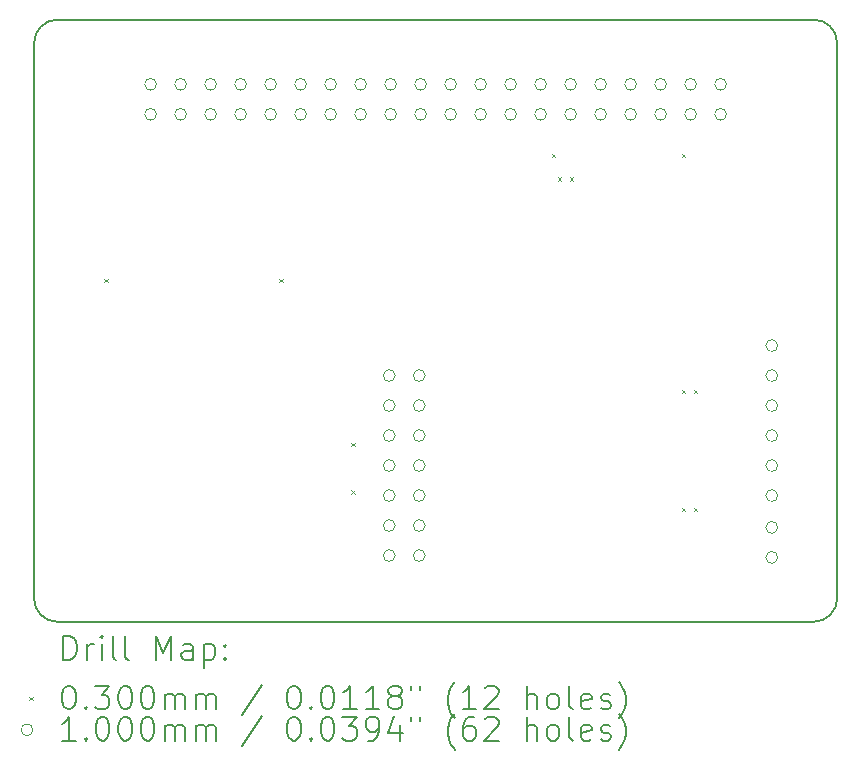
<source format=gbr>
%FSLAX45Y45*%
G04 Gerber Fmt 4.5, Leading zero omitted, Abs format (unit mm)*
G04 Created by KiCad (PCBNEW (6.0.2)) date 2022-07-06 19:52:06*
%MOMM*%
%LPD*%
G01*
G04 APERTURE LIST*
%TA.AperFunction,Profile*%
%ADD10C,0.200000*%
%TD*%
%ADD11C,0.200000*%
%ADD12C,0.030000*%
%ADD13C,0.100000*%
G04 APERTURE END LIST*
D10*
X4700000Y-4700000D02*
X4700000Y-9400000D01*
X4900000Y-4500000D02*
X11300000Y-4500000D01*
X4900000Y-9600000D02*
X11300000Y-9600000D01*
X11500000Y-4700000D02*
X11500000Y-9400000D01*
X11500000Y-4700000D02*
G75*
G03*
X11300000Y-4500000I-200000J0D01*
G01*
X4900000Y-4500000D02*
G75*
G03*
X4700000Y-4700000I0J-200000D01*
G01*
X4700000Y-9400000D02*
G75*
G03*
X4900000Y-9600000I200000J0D01*
G01*
X11300000Y-9600000D02*
G75*
G03*
X11500000Y-9400000I0J200000D01*
G01*
D11*
D12*
X5293750Y-6693750D02*
X5323750Y-6723750D01*
X5323750Y-6693750D02*
X5293750Y-6723750D01*
X6776250Y-6693750D02*
X6806250Y-6723750D01*
X6806250Y-6693750D02*
X6776250Y-6723750D01*
X7385000Y-8085000D02*
X7415000Y-8115000D01*
X7415000Y-8085000D02*
X7385000Y-8115000D01*
X7385000Y-8485000D02*
X7415000Y-8515000D01*
X7415000Y-8485000D02*
X7385000Y-8515000D01*
X9085000Y-5635000D02*
X9115000Y-5665000D01*
X9115000Y-5635000D02*
X9085000Y-5665000D01*
X9135000Y-5835000D02*
X9165000Y-5865000D01*
X9165000Y-5835000D02*
X9135000Y-5865000D01*
X9235000Y-5835000D02*
X9265000Y-5865000D01*
X9265000Y-5835000D02*
X9235000Y-5865000D01*
X10185000Y-5635000D02*
X10215000Y-5665000D01*
X10215000Y-5635000D02*
X10185000Y-5665000D01*
X10185000Y-7635000D02*
X10215000Y-7665000D01*
X10215000Y-7635000D02*
X10185000Y-7665000D01*
X10185000Y-8635000D02*
X10215000Y-8665000D01*
X10215000Y-8635000D02*
X10185000Y-8665000D01*
X10285000Y-7635000D02*
X10315000Y-7665000D01*
X10315000Y-7635000D02*
X10285000Y-7665000D01*
X10285000Y-8635000D02*
X10315000Y-8665000D01*
X10315000Y-8635000D02*
X10285000Y-8665000D01*
D13*
X5737000Y-5048000D02*
G75*
G03*
X5737000Y-5048000I-50000J0D01*
G01*
X5737000Y-5302000D02*
G75*
G03*
X5737000Y-5302000I-50000J0D01*
G01*
X5991000Y-5048000D02*
G75*
G03*
X5991000Y-5048000I-50000J0D01*
G01*
X5991000Y-5302000D02*
G75*
G03*
X5991000Y-5302000I-50000J0D01*
G01*
X6245000Y-5048000D02*
G75*
G03*
X6245000Y-5048000I-50000J0D01*
G01*
X6245000Y-5302000D02*
G75*
G03*
X6245000Y-5302000I-50000J0D01*
G01*
X6499000Y-5048000D02*
G75*
G03*
X6499000Y-5048000I-50000J0D01*
G01*
X6499000Y-5302000D02*
G75*
G03*
X6499000Y-5302000I-50000J0D01*
G01*
X6753000Y-5048000D02*
G75*
G03*
X6753000Y-5048000I-50000J0D01*
G01*
X6753000Y-5302000D02*
G75*
G03*
X6753000Y-5302000I-50000J0D01*
G01*
X7007000Y-5048000D02*
G75*
G03*
X7007000Y-5048000I-50000J0D01*
G01*
X7007000Y-5302000D02*
G75*
G03*
X7007000Y-5302000I-50000J0D01*
G01*
X7261000Y-5048000D02*
G75*
G03*
X7261000Y-5048000I-50000J0D01*
G01*
X7261000Y-5302000D02*
G75*
G03*
X7261000Y-5302000I-50000J0D01*
G01*
X7515000Y-5048000D02*
G75*
G03*
X7515000Y-5048000I-50000J0D01*
G01*
X7515000Y-5302000D02*
G75*
G03*
X7515000Y-5302000I-50000J0D01*
G01*
X7757520Y-7514500D02*
G75*
G03*
X7757520Y-7514500I-50000J0D01*
G01*
X7757520Y-7768500D02*
G75*
G03*
X7757520Y-7768500I-50000J0D01*
G01*
X7757520Y-8022500D02*
G75*
G03*
X7757520Y-8022500I-50000J0D01*
G01*
X7757520Y-8276500D02*
G75*
G03*
X7757520Y-8276500I-50000J0D01*
G01*
X7757520Y-8530500D02*
G75*
G03*
X7757520Y-8530500I-50000J0D01*
G01*
X7757520Y-8784500D02*
G75*
G03*
X7757520Y-8784500I-50000J0D01*
G01*
X7757520Y-9038500D02*
G75*
G03*
X7757520Y-9038500I-50000J0D01*
G01*
X7769000Y-5048000D02*
G75*
G03*
X7769000Y-5048000I-50000J0D01*
G01*
X7769000Y-5302000D02*
G75*
G03*
X7769000Y-5302000I-50000J0D01*
G01*
X8011520Y-7514500D02*
G75*
G03*
X8011520Y-7514500I-50000J0D01*
G01*
X8011520Y-7768500D02*
G75*
G03*
X8011520Y-7768500I-50000J0D01*
G01*
X8011520Y-8022500D02*
G75*
G03*
X8011520Y-8022500I-50000J0D01*
G01*
X8011520Y-8276500D02*
G75*
G03*
X8011520Y-8276500I-50000J0D01*
G01*
X8011520Y-8530500D02*
G75*
G03*
X8011520Y-8530500I-50000J0D01*
G01*
X8011520Y-8784500D02*
G75*
G03*
X8011520Y-8784500I-50000J0D01*
G01*
X8011520Y-9038500D02*
G75*
G03*
X8011520Y-9038500I-50000J0D01*
G01*
X8023000Y-5048000D02*
G75*
G03*
X8023000Y-5048000I-50000J0D01*
G01*
X8023000Y-5302000D02*
G75*
G03*
X8023000Y-5302000I-50000J0D01*
G01*
X8277000Y-5048000D02*
G75*
G03*
X8277000Y-5048000I-50000J0D01*
G01*
X8277000Y-5302000D02*
G75*
G03*
X8277000Y-5302000I-50000J0D01*
G01*
X8531000Y-5048000D02*
G75*
G03*
X8531000Y-5048000I-50000J0D01*
G01*
X8531000Y-5302000D02*
G75*
G03*
X8531000Y-5302000I-50000J0D01*
G01*
X8785000Y-5048000D02*
G75*
G03*
X8785000Y-5048000I-50000J0D01*
G01*
X8785000Y-5302000D02*
G75*
G03*
X8785000Y-5302000I-50000J0D01*
G01*
X9039000Y-5048000D02*
G75*
G03*
X9039000Y-5048000I-50000J0D01*
G01*
X9039000Y-5302000D02*
G75*
G03*
X9039000Y-5302000I-50000J0D01*
G01*
X9293000Y-5048000D02*
G75*
G03*
X9293000Y-5048000I-50000J0D01*
G01*
X9293000Y-5302000D02*
G75*
G03*
X9293000Y-5302000I-50000J0D01*
G01*
X9547000Y-5048000D02*
G75*
G03*
X9547000Y-5048000I-50000J0D01*
G01*
X9547000Y-5302000D02*
G75*
G03*
X9547000Y-5302000I-50000J0D01*
G01*
X9801000Y-5048000D02*
G75*
G03*
X9801000Y-5048000I-50000J0D01*
G01*
X9801000Y-5302000D02*
G75*
G03*
X9801000Y-5302000I-50000J0D01*
G01*
X10055000Y-5048000D02*
G75*
G03*
X10055000Y-5048000I-50000J0D01*
G01*
X10055000Y-5302000D02*
G75*
G03*
X10055000Y-5302000I-50000J0D01*
G01*
X10309000Y-5048000D02*
G75*
G03*
X10309000Y-5048000I-50000J0D01*
G01*
X10309000Y-5302000D02*
G75*
G03*
X10309000Y-5302000I-50000J0D01*
G01*
X10563000Y-5048000D02*
G75*
G03*
X10563000Y-5048000I-50000J0D01*
G01*
X10563000Y-5302000D02*
G75*
G03*
X10563000Y-5302000I-50000J0D01*
G01*
X10996020Y-7260500D02*
G75*
G03*
X10996020Y-7260500I-50000J0D01*
G01*
X10996020Y-7514500D02*
G75*
G03*
X10996020Y-7514500I-50000J0D01*
G01*
X10996020Y-7768500D02*
G75*
G03*
X10996020Y-7768500I-50000J0D01*
G01*
X10996020Y-8022500D02*
G75*
G03*
X10996020Y-8022500I-50000J0D01*
G01*
X10996020Y-8276500D02*
G75*
G03*
X10996020Y-8276500I-50000J0D01*
G01*
X10996020Y-8530500D02*
G75*
G03*
X10996020Y-8530500I-50000J0D01*
G01*
X10996020Y-8800248D02*
G75*
G03*
X10996020Y-8800248I-50000J0D01*
G01*
X10996020Y-9054248D02*
G75*
G03*
X10996020Y-9054248I-50000J0D01*
G01*
D11*
X4947619Y-9920476D02*
X4947619Y-9720476D01*
X4995238Y-9720476D01*
X5023810Y-9730000D01*
X5042857Y-9749048D01*
X5052381Y-9768095D01*
X5061905Y-9806190D01*
X5061905Y-9834762D01*
X5052381Y-9872857D01*
X5042857Y-9891905D01*
X5023810Y-9910952D01*
X4995238Y-9920476D01*
X4947619Y-9920476D01*
X5147619Y-9920476D02*
X5147619Y-9787143D01*
X5147619Y-9825238D02*
X5157143Y-9806190D01*
X5166667Y-9796667D01*
X5185714Y-9787143D01*
X5204762Y-9787143D01*
X5271429Y-9920476D02*
X5271429Y-9787143D01*
X5271429Y-9720476D02*
X5261905Y-9730000D01*
X5271429Y-9739524D01*
X5280952Y-9730000D01*
X5271429Y-9720476D01*
X5271429Y-9739524D01*
X5395238Y-9920476D02*
X5376190Y-9910952D01*
X5366667Y-9891905D01*
X5366667Y-9720476D01*
X5500000Y-9920476D02*
X5480952Y-9910952D01*
X5471429Y-9891905D01*
X5471429Y-9720476D01*
X5728571Y-9920476D02*
X5728571Y-9720476D01*
X5795238Y-9863333D01*
X5861905Y-9720476D01*
X5861905Y-9920476D01*
X6042857Y-9920476D02*
X6042857Y-9815714D01*
X6033333Y-9796667D01*
X6014286Y-9787143D01*
X5976190Y-9787143D01*
X5957143Y-9796667D01*
X6042857Y-9910952D02*
X6023809Y-9920476D01*
X5976190Y-9920476D01*
X5957143Y-9910952D01*
X5947619Y-9891905D01*
X5947619Y-9872857D01*
X5957143Y-9853810D01*
X5976190Y-9844286D01*
X6023809Y-9844286D01*
X6042857Y-9834762D01*
X6138095Y-9787143D02*
X6138095Y-9987143D01*
X6138095Y-9796667D02*
X6157143Y-9787143D01*
X6195238Y-9787143D01*
X6214286Y-9796667D01*
X6223809Y-9806190D01*
X6233333Y-9825238D01*
X6233333Y-9882381D01*
X6223809Y-9901429D01*
X6214286Y-9910952D01*
X6195238Y-9920476D01*
X6157143Y-9920476D01*
X6138095Y-9910952D01*
X6319048Y-9901429D02*
X6328571Y-9910952D01*
X6319048Y-9920476D01*
X6309524Y-9910952D01*
X6319048Y-9901429D01*
X6319048Y-9920476D01*
X6319048Y-9796667D02*
X6328571Y-9806190D01*
X6319048Y-9815714D01*
X6309524Y-9806190D01*
X6319048Y-9796667D01*
X6319048Y-9815714D01*
D12*
X4660000Y-10235000D02*
X4690000Y-10265000D01*
X4690000Y-10235000D02*
X4660000Y-10265000D01*
D11*
X4985714Y-10140476D02*
X5004762Y-10140476D01*
X5023810Y-10150000D01*
X5033333Y-10159524D01*
X5042857Y-10178571D01*
X5052381Y-10216667D01*
X5052381Y-10264286D01*
X5042857Y-10302381D01*
X5033333Y-10321429D01*
X5023810Y-10330952D01*
X5004762Y-10340476D01*
X4985714Y-10340476D01*
X4966667Y-10330952D01*
X4957143Y-10321429D01*
X4947619Y-10302381D01*
X4938095Y-10264286D01*
X4938095Y-10216667D01*
X4947619Y-10178571D01*
X4957143Y-10159524D01*
X4966667Y-10150000D01*
X4985714Y-10140476D01*
X5138095Y-10321429D02*
X5147619Y-10330952D01*
X5138095Y-10340476D01*
X5128571Y-10330952D01*
X5138095Y-10321429D01*
X5138095Y-10340476D01*
X5214286Y-10140476D02*
X5338095Y-10140476D01*
X5271429Y-10216667D01*
X5300000Y-10216667D01*
X5319048Y-10226190D01*
X5328571Y-10235714D01*
X5338095Y-10254762D01*
X5338095Y-10302381D01*
X5328571Y-10321429D01*
X5319048Y-10330952D01*
X5300000Y-10340476D01*
X5242857Y-10340476D01*
X5223810Y-10330952D01*
X5214286Y-10321429D01*
X5461905Y-10140476D02*
X5480952Y-10140476D01*
X5500000Y-10150000D01*
X5509524Y-10159524D01*
X5519048Y-10178571D01*
X5528571Y-10216667D01*
X5528571Y-10264286D01*
X5519048Y-10302381D01*
X5509524Y-10321429D01*
X5500000Y-10330952D01*
X5480952Y-10340476D01*
X5461905Y-10340476D01*
X5442857Y-10330952D01*
X5433333Y-10321429D01*
X5423810Y-10302381D01*
X5414286Y-10264286D01*
X5414286Y-10216667D01*
X5423810Y-10178571D01*
X5433333Y-10159524D01*
X5442857Y-10150000D01*
X5461905Y-10140476D01*
X5652381Y-10140476D02*
X5671428Y-10140476D01*
X5690476Y-10150000D01*
X5700000Y-10159524D01*
X5709524Y-10178571D01*
X5719048Y-10216667D01*
X5719048Y-10264286D01*
X5709524Y-10302381D01*
X5700000Y-10321429D01*
X5690476Y-10330952D01*
X5671428Y-10340476D01*
X5652381Y-10340476D01*
X5633333Y-10330952D01*
X5623809Y-10321429D01*
X5614286Y-10302381D01*
X5604762Y-10264286D01*
X5604762Y-10216667D01*
X5614286Y-10178571D01*
X5623809Y-10159524D01*
X5633333Y-10150000D01*
X5652381Y-10140476D01*
X5804762Y-10340476D02*
X5804762Y-10207143D01*
X5804762Y-10226190D02*
X5814286Y-10216667D01*
X5833333Y-10207143D01*
X5861905Y-10207143D01*
X5880952Y-10216667D01*
X5890476Y-10235714D01*
X5890476Y-10340476D01*
X5890476Y-10235714D02*
X5900000Y-10216667D01*
X5919048Y-10207143D01*
X5947619Y-10207143D01*
X5966667Y-10216667D01*
X5976190Y-10235714D01*
X5976190Y-10340476D01*
X6071428Y-10340476D02*
X6071428Y-10207143D01*
X6071428Y-10226190D02*
X6080952Y-10216667D01*
X6100000Y-10207143D01*
X6128571Y-10207143D01*
X6147619Y-10216667D01*
X6157143Y-10235714D01*
X6157143Y-10340476D01*
X6157143Y-10235714D02*
X6166667Y-10216667D01*
X6185714Y-10207143D01*
X6214286Y-10207143D01*
X6233333Y-10216667D01*
X6242857Y-10235714D01*
X6242857Y-10340476D01*
X6633333Y-10130952D02*
X6461905Y-10388095D01*
X6890476Y-10140476D02*
X6909524Y-10140476D01*
X6928571Y-10150000D01*
X6938095Y-10159524D01*
X6947619Y-10178571D01*
X6957143Y-10216667D01*
X6957143Y-10264286D01*
X6947619Y-10302381D01*
X6938095Y-10321429D01*
X6928571Y-10330952D01*
X6909524Y-10340476D01*
X6890476Y-10340476D01*
X6871428Y-10330952D01*
X6861905Y-10321429D01*
X6852381Y-10302381D01*
X6842857Y-10264286D01*
X6842857Y-10216667D01*
X6852381Y-10178571D01*
X6861905Y-10159524D01*
X6871428Y-10150000D01*
X6890476Y-10140476D01*
X7042857Y-10321429D02*
X7052381Y-10330952D01*
X7042857Y-10340476D01*
X7033333Y-10330952D01*
X7042857Y-10321429D01*
X7042857Y-10340476D01*
X7176190Y-10140476D02*
X7195238Y-10140476D01*
X7214286Y-10150000D01*
X7223809Y-10159524D01*
X7233333Y-10178571D01*
X7242857Y-10216667D01*
X7242857Y-10264286D01*
X7233333Y-10302381D01*
X7223809Y-10321429D01*
X7214286Y-10330952D01*
X7195238Y-10340476D01*
X7176190Y-10340476D01*
X7157143Y-10330952D01*
X7147619Y-10321429D01*
X7138095Y-10302381D01*
X7128571Y-10264286D01*
X7128571Y-10216667D01*
X7138095Y-10178571D01*
X7147619Y-10159524D01*
X7157143Y-10150000D01*
X7176190Y-10140476D01*
X7433333Y-10340476D02*
X7319048Y-10340476D01*
X7376190Y-10340476D02*
X7376190Y-10140476D01*
X7357143Y-10169048D01*
X7338095Y-10188095D01*
X7319048Y-10197619D01*
X7623809Y-10340476D02*
X7509524Y-10340476D01*
X7566667Y-10340476D02*
X7566667Y-10140476D01*
X7547619Y-10169048D01*
X7528571Y-10188095D01*
X7509524Y-10197619D01*
X7738095Y-10226190D02*
X7719048Y-10216667D01*
X7709524Y-10207143D01*
X7700000Y-10188095D01*
X7700000Y-10178571D01*
X7709524Y-10159524D01*
X7719048Y-10150000D01*
X7738095Y-10140476D01*
X7776190Y-10140476D01*
X7795238Y-10150000D01*
X7804762Y-10159524D01*
X7814286Y-10178571D01*
X7814286Y-10188095D01*
X7804762Y-10207143D01*
X7795238Y-10216667D01*
X7776190Y-10226190D01*
X7738095Y-10226190D01*
X7719048Y-10235714D01*
X7709524Y-10245238D01*
X7700000Y-10264286D01*
X7700000Y-10302381D01*
X7709524Y-10321429D01*
X7719048Y-10330952D01*
X7738095Y-10340476D01*
X7776190Y-10340476D01*
X7795238Y-10330952D01*
X7804762Y-10321429D01*
X7814286Y-10302381D01*
X7814286Y-10264286D01*
X7804762Y-10245238D01*
X7795238Y-10235714D01*
X7776190Y-10226190D01*
X7890476Y-10140476D02*
X7890476Y-10178571D01*
X7966667Y-10140476D02*
X7966667Y-10178571D01*
X8261905Y-10416667D02*
X8252381Y-10407143D01*
X8233333Y-10378571D01*
X8223809Y-10359524D01*
X8214286Y-10330952D01*
X8204762Y-10283333D01*
X8204762Y-10245238D01*
X8214286Y-10197619D01*
X8223809Y-10169048D01*
X8233333Y-10150000D01*
X8252381Y-10121429D01*
X8261905Y-10111905D01*
X8442857Y-10340476D02*
X8328571Y-10340476D01*
X8385714Y-10340476D02*
X8385714Y-10140476D01*
X8366667Y-10169048D01*
X8347619Y-10188095D01*
X8328571Y-10197619D01*
X8519048Y-10159524D02*
X8528571Y-10150000D01*
X8547619Y-10140476D01*
X8595238Y-10140476D01*
X8614286Y-10150000D01*
X8623810Y-10159524D01*
X8633333Y-10178571D01*
X8633333Y-10197619D01*
X8623810Y-10226190D01*
X8509524Y-10340476D01*
X8633333Y-10340476D01*
X8871429Y-10340476D02*
X8871429Y-10140476D01*
X8957143Y-10340476D02*
X8957143Y-10235714D01*
X8947619Y-10216667D01*
X8928571Y-10207143D01*
X8900000Y-10207143D01*
X8880952Y-10216667D01*
X8871429Y-10226190D01*
X9080952Y-10340476D02*
X9061905Y-10330952D01*
X9052381Y-10321429D01*
X9042857Y-10302381D01*
X9042857Y-10245238D01*
X9052381Y-10226190D01*
X9061905Y-10216667D01*
X9080952Y-10207143D01*
X9109524Y-10207143D01*
X9128571Y-10216667D01*
X9138095Y-10226190D01*
X9147619Y-10245238D01*
X9147619Y-10302381D01*
X9138095Y-10321429D01*
X9128571Y-10330952D01*
X9109524Y-10340476D01*
X9080952Y-10340476D01*
X9261905Y-10340476D02*
X9242857Y-10330952D01*
X9233333Y-10311905D01*
X9233333Y-10140476D01*
X9414286Y-10330952D02*
X9395238Y-10340476D01*
X9357143Y-10340476D01*
X9338095Y-10330952D01*
X9328571Y-10311905D01*
X9328571Y-10235714D01*
X9338095Y-10216667D01*
X9357143Y-10207143D01*
X9395238Y-10207143D01*
X9414286Y-10216667D01*
X9423810Y-10235714D01*
X9423810Y-10254762D01*
X9328571Y-10273810D01*
X9500000Y-10330952D02*
X9519048Y-10340476D01*
X9557143Y-10340476D01*
X9576190Y-10330952D01*
X9585714Y-10311905D01*
X9585714Y-10302381D01*
X9576190Y-10283333D01*
X9557143Y-10273810D01*
X9528571Y-10273810D01*
X9509524Y-10264286D01*
X9500000Y-10245238D01*
X9500000Y-10235714D01*
X9509524Y-10216667D01*
X9528571Y-10207143D01*
X9557143Y-10207143D01*
X9576190Y-10216667D01*
X9652381Y-10416667D02*
X9661905Y-10407143D01*
X9680952Y-10378571D01*
X9690476Y-10359524D01*
X9700000Y-10330952D01*
X9709524Y-10283333D01*
X9709524Y-10245238D01*
X9700000Y-10197619D01*
X9690476Y-10169048D01*
X9680952Y-10150000D01*
X9661905Y-10121429D01*
X9652381Y-10111905D01*
D13*
X4690000Y-10514000D02*
G75*
G03*
X4690000Y-10514000I-50000J0D01*
G01*
D11*
X5052381Y-10604476D02*
X4938095Y-10604476D01*
X4995238Y-10604476D02*
X4995238Y-10404476D01*
X4976190Y-10433048D01*
X4957143Y-10452095D01*
X4938095Y-10461619D01*
X5138095Y-10585429D02*
X5147619Y-10594952D01*
X5138095Y-10604476D01*
X5128571Y-10594952D01*
X5138095Y-10585429D01*
X5138095Y-10604476D01*
X5271429Y-10404476D02*
X5290476Y-10404476D01*
X5309524Y-10414000D01*
X5319048Y-10423524D01*
X5328571Y-10442571D01*
X5338095Y-10480667D01*
X5338095Y-10528286D01*
X5328571Y-10566381D01*
X5319048Y-10585429D01*
X5309524Y-10594952D01*
X5290476Y-10604476D01*
X5271429Y-10604476D01*
X5252381Y-10594952D01*
X5242857Y-10585429D01*
X5233333Y-10566381D01*
X5223810Y-10528286D01*
X5223810Y-10480667D01*
X5233333Y-10442571D01*
X5242857Y-10423524D01*
X5252381Y-10414000D01*
X5271429Y-10404476D01*
X5461905Y-10404476D02*
X5480952Y-10404476D01*
X5500000Y-10414000D01*
X5509524Y-10423524D01*
X5519048Y-10442571D01*
X5528571Y-10480667D01*
X5528571Y-10528286D01*
X5519048Y-10566381D01*
X5509524Y-10585429D01*
X5500000Y-10594952D01*
X5480952Y-10604476D01*
X5461905Y-10604476D01*
X5442857Y-10594952D01*
X5433333Y-10585429D01*
X5423810Y-10566381D01*
X5414286Y-10528286D01*
X5414286Y-10480667D01*
X5423810Y-10442571D01*
X5433333Y-10423524D01*
X5442857Y-10414000D01*
X5461905Y-10404476D01*
X5652381Y-10404476D02*
X5671428Y-10404476D01*
X5690476Y-10414000D01*
X5700000Y-10423524D01*
X5709524Y-10442571D01*
X5719048Y-10480667D01*
X5719048Y-10528286D01*
X5709524Y-10566381D01*
X5700000Y-10585429D01*
X5690476Y-10594952D01*
X5671428Y-10604476D01*
X5652381Y-10604476D01*
X5633333Y-10594952D01*
X5623809Y-10585429D01*
X5614286Y-10566381D01*
X5604762Y-10528286D01*
X5604762Y-10480667D01*
X5614286Y-10442571D01*
X5623809Y-10423524D01*
X5633333Y-10414000D01*
X5652381Y-10404476D01*
X5804762Y-10604476D02*
X5804762Y-10471143D01*
X5804762Y-10490190D02*
X5814286Y-10480667D01*
X5833333Y-10471143D01*
X5861905Y-10471143D01*
X5880952Y-10480667D01*
X5890476Y-10499714D01*
X5890476Y-10604476D01*
X5890476Y-10499714D02*
X5900000Y-10480667D01*
X5919048Y-10471143D01*
X5947619Y-10471143D01*
X5966667Y-10480667D01*
X5976190Y-10499714D01*
X5976190Y-10604476D01*
X6071428Y-10604476D02*
X6071428Y-10471143D01*
X6071428Y-10490190D02*
X6080952Y-10480667D01*
X6100000Y-10471143D01*
X6128571Y-10471143D01*
X6147619Y-10480667D01*
X6157143Y-10499714D01*
X6157143Y-10604476D01*
X6157143Y-10499714D02*
X6166667Y-10480667D01*
X6185714Y-10471143D01*
X6214286Y-10471143D01*
X6233333Y-10480667D01*
X6242857Y-10499714D01*
X6242857Y-10604476D01*
X6633333Y-10394952D02*
X6461905Y-10652095D01*
X6890476Y-10404476D02*
X6909524Y-10404476D01*
X6928571Y-10414000D01*
X6938095Y-10423524D01*
X6947619Y-10442571D01*
X6957143Y-10480667D01*
X6957143Y-10528286D01*
X6947619Y-10566381D01*
X6938095Y-10585429D01*
X6928571Y-10594952D01*
X6909524Y-10604476D01*
X6890476Y-10604476D01*
X6871428Y-10594952D01*
X6861905Y-10585429D01*
X6852381Y-10566381D01*
X6842857Y-10528286D01*
X6842857Y-10480667D01*
X6852381Y-10442571D01*
X6861905Y-10423524D01*
X6871428Y-10414000D01*
X6890476Y-10404476D01*
X7042857Y-10585429D02*
X7052381Y-10594952D01*
X7042857Y-10604476D01*
X7033333Y-10594952D01*
X7042857Y-10585429D01*
X7042857Y-10604476D01*
X7176190Y-10404476D02*
X7195238Y-10404476D01*
X7214286Y-10414000D01*
X7223809Y-10423524D01*
X7233333Y-10442571D01*
X7242857Y-10480667D01*
X7242857Y-10528286D01*
X7233333Y-10566381D01*
X7223809Y-10585429D01*
X7214286Y-10594952D01*
X7195238Y-10604476D01*
X7176190Y-10604476D01*
X7157143Y-10594952D01*
X7147619Y-10585429D01*
X7138095Y-10566381D01*
X7128571Y-10528286D01*
X7128571Y-10480667D01*
X7138095Y-10442571D01*
X7147619Y-10423524D01*
X7157143Y-10414000D01*
X7176190Y-10404476D01*
X7309524Y-10404476D02*
X7433333Y-10404476D01*
X7366667Y-10480667D01*
X7395238Y-10480667D01*
X7414286Y-10490190D01*
X7423809Y-10499714D01*
X7433333Y-10518762D01*
X7433333Y-10566381D01*
X7423809Y-10585429D01*
X7414286Y-10594952D01*
X7395238Y-10604476D01*
X7338095Y-10604476D01*
X7319048Y-10594952D01*
X7309524Y-10585429D01*
X7528571Y-10604476D02*
X7566667Y-10604476D01*
X7585714Y-10594952D01*
X7595238Y-10585429D01*
X7614286Y-10556857D01*
X7623809Y-10518762D01*
X7623809Y-10442571D01*
X7614286Y-10423524D01*
X7604762Y-10414000D01*
X7585714Y-10404476D01*
X7547619Y-10404476D01*
X7528571Y-10414000D01*
X7519048Y-10423524D01*
X7509524Y-10442571D01*
X7509524Y-10490190D01*
X7519048Y-10509238D01*
X7528571Y-10518762D01*
X7547619Y-10528286D01*
X7585714Y-10528286D01*
X7604762Y-10518762D01*
X7614286Y-10509238D01*
X7623809Y-10490190D01*
X7795238Y-10471143D02*
X7795238Y-10604476D01*
X7747619Y-10394952D02*
X7700000Y-10537810D01*
X7823809Y-10537810D01*
X7890476Y-10404476D02*
X7890476Y-10442571D01*
X7966667Y-10404476D02*
X7966667Y-10442571D01*
X8261905Y-10680667D02*
X8252381Y-10671143D01*
X8233333Y-10642571D01*
X8223809Y-10623524D01*
X8214286Y-10594952D01*
X8204762Y-10547333D01*
X8204762Y-10509238D01*
X8214286Y-10461619D01*
X8223809Y-10433048D01*
X8233333Y-10414000D01*
X8252381Y-10385429D01*
X8261905Y-10375905D01*
X8423810Y-10404476D02*
X8385714Y-10404476D01*
X8366667Y-10414000D01*
X8357143Y-10423524D01*
X8338095Y-10452095D01*
X8328571Y-10490190D01*
X8328571Y-10566381D01*
X8338095Y-10585429D01*
X8347619Y-10594952D01*
X8366667Y-10604476D01*
X8404762Y-10604476D01*
X8423810Y-10594952D01*
X8433333Y-10585429D01*
X8442857Y-10566381D01*
X8442857Y-10518762D01*
X8433333Y-10499714D01*
X8423810Y-10490190D01*
X8404762Y-10480667D01*
X8366667Y-10480667D01*
X8347619Y-10490190D01*
X8338095Y-10499714D01*
X8328571Y-10518762D01*
X8519048Y-10423524D02*
X8528571Y-10414000D01*
X8547619Y-10404476D01*
X8595238Y-10404476D01*
X8614286Y-10414000D01*
X8623810Y-10423524D01*
X8633333Y-10442571D01*
X8633333Y-10461619D01*
X8623810Y-10490190D01*
X8509524Y-10604476D01*
X8633333Y-10604476D01*
X8871429Y-10604476D02*
X8871429Y-10404476D01*
X8957143Y-10604476D02*
X8957143Y-10499714D01*
X8947619Y-10480667D01*
X8928571Y-10471143D01*
X8900000Y-10471143D01*
X8880952Y-10480667D01*
X8871429Y-10490190D01*
X9080952Y-10604476D02*
X9061905Y-10594952D01*
X9052381Y-10585429D01*
X9042857Y-10566381D01*
X9042857Y-10509238D01*
X9052381Y-10490190D01*
X9061905Y-10480667D01*
X9080952Y-10471143D01*
X9109524Y-10471143D01*
X9128571Y-10480667D01*
X9138095Y-10490190D01*
X9147619Y-10509238D01*
X9147619Y-10566381D01*
X9138095Y-10585429D01*
X9128571Y-10594952D01*
X9109524Y-10604476D01*
X9080952Y-10604476D01*
X9261905Y-10604476D02*
X9242857Y-10594952D01*
X9233333Y-10575905D01*
X9233333Y-10404476D01*
X9414286Y-10594952D02*
X9395238Y-10604476D01*
X9357143Y-10604476D01*
X9338095Y-10594952D01*
X9328571Y-10575905D01*
X9328571Y-10499714D01*
X9338095Y-10480667D01*
X9357143Y-10471143D01*
X9395238Y-10471143D01*
X9414286Y-10480667D01*
X9423810Y-10499714D01*
X9423810Y-10518762D01*
X9328571Y-10537810D01*
X9500000Y-10594952D02*
X9519048Y-10604476D01*
X9557143Y-10604476D01*
X9576190Y-10594952D01*
X9585714Y-10575905D01*
X9585714Y-10566381D01*
X9576190Y-10547333D01*
X9557143Y-10537810D01*
X9528571Y-10537810D01*
X9509524Y-10528286D01*
X9500000Y-10509238D01*
X9500000Y-10499714D01*
X9509524Y-10480667D01*
X9528571Y-10471143D01*
X9557143Y-10471143D01*
X9576190Y-10480667D01*
X9652381Y-10680667D02*
X9661905Y-10671143D01*
X9680952Y-10642571D01*
X9690476Y-10623524D01*
X9700000Y-10594952D01*
X9709524Y-10547333D01*
X9709524Y-10509238D01*
X9700000Y-10461619D01*
X9690476Y-10433048D01*
X9680952Y-10414000D01*
X9661905Y-10385429D01*
X9652381Y-10375905D01*
M02*

</source>
